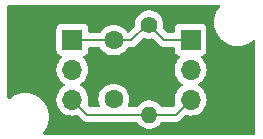
<source format=gtl>
%TF.GenerationSoftware,KiCad,Pcbnew,8.0.5*%
%TF.CreationDate,2024-12-11T17:58:03+10:00*%
%TF.ProjectId,anemometer,616e656d-6f6d-4657-9465-722e6b696361,rev?*%
%TF.SameCoordinates,Original*%
%TF.FileFunction,Copper,L1,Top*%
%TF.FilePolarity,Positive*%
%FSLAX46Y46*%
G04 Gerber Fmt 4.6, Leading zero omitted, Abs format (unit mm)*
G04 Created by KiCad (PCBNEW 8.0.5) date 2024-12-11 17:58:03*
%MOMM*%
%LPD*%
G01*
G04 APERTURE LIST*
%TA.AperFunction,ComponentPad*%
%ADD10R,1.700000X1.700000*%
%TD*%
%TA.AperFunction,ComponentPad*%
%ADD11O,1.700000X1.700000*%
%TD*%
%TA.AperFunction,ComponentPad*%
%ADD12C,1.400000*%
%TD*%
%TA.AperFunction,ComponentPad*%
%ADD13O,1.400000X1.400000*%
%TD*%
%TA.AperFunction,ComponentPad*%
%ADD14C,1.600000*%
%TD*%
%TA.AperFunction,Conductor*%
%ADD15C,0.200000*%
%TD*%
%ADD16C,0.350000*%
G04 APERTURE END LIST*
D10*
%TO.P,US1881,1,Pin_1*%
%TO.N,VDD*%
X109000000Y-67475000D03*
D11*
%TO.P,US1881,2,Pin_2*%
%TO.N,GND*%
X109000000Y-70015000D03*
%TO.P,US1881,3,Pin_3*%
%TO.N,OUT*%
X109000000Y-72555000D03*
%TD*%
D10*
%TO.P,SIGIN1,1,Pin_1*%
%TO.N,VDD*%
X119000000Y-67475000D03*
D11*
%TO.P,SIGIN1,2,Pin_2*%
%TO.N,GND*%
X119000000Y-70015000D03*
%TO.P,SIGIN1,3,Pin_3*%
%TO.N,OUT*%
X119000000Y-72555000D03*
%TD*%
D12*
%TO.P,R1,1*%
%TO.N,VDD*%
X115500000Y-66190000D03*
D13*
%TO.P,R1,2*%
%TO.N,OUT*%
X115500000Y-73810000D03*
%TD*%
D14*
%TO.P,C1,2*%
%TO.N,VDD*%
X112500000Y-67500000D03*
%TO.P,C1,1*%
%TO.N,GND*%
X112500000Y-72500000D03*
%TD*%
D15*
%TO.N,VDD*%
X112500000Y-67500000D02*
X114000000Y-67500000D01*
%TO.N,OUT*%
X117745000Y-73810000D02*
X119000000Y-72555000D01*
X115500000Y-73810000D02*
X117745000Y-73810000D01*
X110255000Y-73810000D02*
X115500000Y-73810000D01*
X109000000Y-72555000D02*
X110255000Y-73810000D01*
%TO.N,VDD*%
X115310000Y-66190000D02*
X114000000Y-67500000D01*
X116785000Y-67475000D02*
X115500000Y-66190000D01*
X119000000Y-67475000D02*
X116785000Y-67475000D01*
X109000000Y-67475000D02*
X112475000Y-67475000D01*
%TD*%
%TA.AperFunction,NonConductor*%
G36*
X121442896Y-64520185D02*
G01*
X121488651Y-64572989D01*
X121498595Y-64642147D01*
X121475124Y-64698810D01*
X121312775Y-64915682D01*
X121312770Y-64915690D01*
X121175635Y-65166833D01*
X121075628Y-65434962D01*
X121014804Y-65714566D01*
X120994390Y-65999998D01*
X120994390Y-66000001D01*
X121014804Y-66285433D01*
X121075628Y-66565037D01*
X121075630Y-66565043D01*
X121075631Y-66565046D01*
X121128485Y-66706753D01*
X121175635Y-66833166D01*
X121312770Y-67084309D01*
X121312775Y-67084317D01*
X121484254Y-67313387D01*
X121484270Y-67313405D01*
X121686594Y-67515729D01*
X121686612Y-67515745D01*
X121915682Y-67687224D01*
X121915690Y-67687229D01*
X122166833Y-67824364D01*
X122166832Y-67824364D01*
X122166836Y-67824365D01*
X122166839Y-67824367D01*
X122434954Y-67924369D01*
X122434960Y-67924370D01*
X122434962Y-67924371D01*
X122714566Y-67985195D01*
X122714568Y-67985195D01*
X122714572Y-67985196D01*
X122968220Y-68003337D01*
X122999999Y-68005610D01*
X123000000Y-68005610D01*
X123000001Y-68005610D01*
X123028595Y-68003564D01*
X123285428Y-67985196D01*
X123306924Y-67980520D01*
X123565037Y-67924371D01*
X123565037Y-67924370D01*
X123565046Y-67924369D01*
X123833161Y-67824367D01*
X124084315Y-67687226D01*
X124197705Y-67602343D01*
X124301190Y-67524876D01*
X124366654Y-67500459D01*
X124434927Y-67515311D01*
X124484332Y-67564716D01*
X124499500Y-67624143D01*
X124499500Y-75375500D01*
X124479815Y-75442539D01*
X124427011Y-75488294D01*
X124375500Y-75499500D01*
X106624143Y-75499500D01*
X106557104Y-75479815D01*
X106511349Y-75427011D01*
X106501405Y-75357853D01*
X106524876Y-75301190D01*
X106602343Y-75197705D01*
X106687226Y-75084315D01*
X106824367Y-74833161D01*
X106924369Y-74565046D01*
X106985196Y-74285428D01*
X107005610Y-74000000D01*
X106985196Y-73714572D01*
X106958857Y-73593495D01*
X106924371Y-73434962D01*
X106924370Y-73434960D01*
X106924369Y-73434954D01*
X106824367Y-73166839D01*
X106823885Y-73165957D01*
X106687229Y-72915690D01*
X106687224Y-72915682D01*
X106515745Y-72686612D01*
X106515729Y-72686594D01*
X106313405Y-72484270D01*
X106313387Y-72484254D01*
X106084317Y-72312775D01*
X106084309Y-72312770D01*
X105833166Y-72175635D01*
X105833167Y-72175635D01*
X105725915Y-72135632D01*
X105565046Y-72075631D01*
X105565043Y-72075630D01*
X105565037Y-72075628D01*
X105285433Y-72014804D01*
X105000001Y-71994390D01*
X104999999Y-71994390D01*
X104714566Y-72014804D01*
X104434962Y-72075628D01*
X104166833Y-72175635D01*
X103915690Y-72312770D01*
X103915682Y-72312775D01*
X103698810Y-72475123D01*
X103633346Y-72499540D01*
X103565073Y-72484688D01*
X103515668Y-72435282D01*
X103500500Y-72375856D01*
X103500500Y-70014999D01*
X107644341Y-70014999D01*
X107644341Y-70015000D01*
X107664936Y-70250403D01*
X107664938Y-70250413D01*
X107726094Y-70478655D01*
X107726096Y-70478659D01*
X107726097Y-70478663D01*
X107825965Y-70692830D01*
X107825967Y-70692834D01*
X107961501Y-70886395D01*
X107961506Y-70886402D01*
X108128597Y-71053493D01*
X108128603Y-71053498D01*
X108314158Y-71183425D01*
X108357783Y-71238002D01*
X108364977Y-71307500D01*
X108333454Y-71369855D01*
X108314158Y-71386575D01*
X108128597Y-71516505D01*
X107961505Y-71683597D01*
X107825965Y-71877169D01*
X107825964Y-71877171D01*
X107726098Y-72091335D01*
X107726094Y-72091344D01*
X107664938Y-72319586D01*
X107664936Y-72319596D01*
X107644341Y-72554999D01*
X107644341Y-72555000D01*
X107664936Y-72790403D01*
X107664938Y-72790413D01*
X107726094Y-73018655D01*
X107726096Y-73018659D01*
X107726097Y-73018663D01*
X107815086Y-73209500D01*
X107825965Y-73232830D01*
X107825967Y-73232834D01*
X107868269Y-73293247D01*
X107961505Y-73426401D01*
X108128599Y-73593495D01*
X108225384Y-73661265D01*
X108322165Y-73729032D01*
X108322167Y-73729033D01*
X108322170Y-73729035D01*
X108536337Y-73828903D01*
X108764592Y-73890063D01*
X108952918Y-73906539D01*
X108999999Y-73910659D01*
X109000000Y-73910659D01*
X109000001Y-73910659D01*
X109039234Y-73907226D01*
X109235408Y-73890063D01*
X109363757Y-73855672D01*
X109433606Y-73857335D01*
X109483531Y-73887766D01*
X109770139Y-74174374D01*
X109770149Y-74174385D01*
X109774479Y-74178715D01*
X109774480Y-74178716D01*
X109886284Y-74290520D01*
X109973095Y-74340639D01*
X109973097Y-74340641D01*
X110011151Y-74362611D01*
X110023215Y-74369577D01*
X110175943Y-74410501D01*
X110175946Y-74410501D01*
X110341653Y-74410501D01*
X110341669Y-74410500D01*
X114387379Y-74410500D01*
X114454418Y-74430185D01*
X114486333Y-74459773D01*
X114609020Y-74622238D01*
X114773437Y-74772123D01*
X114773439Y-74772125D01*
X114962595Y-74889245D01*
X114962596Y-74889245D01*
X114962599Y-74889247D01*
X115170060Y-74969618D01*
X115388757Y-75010500D01*
X115388759Y-75010500D01*
X115611241Y-75010500D01*
X115611243Y-75010500D01*
X115829940Y-74969618D01*
X116037401Y-74889247D01*
X116226562Y-74772124D01*
X116390981Y-74622236D01*
X116513667Y-74459772D01*
X116569776Y-74418137D01*
X116612621Y-74410500D01*
X117658331Y-74410500D01*
X117658347Y-74410501D01*
X117665943Y-74410501D01*
X117824054Y-74410501D01*
X117824057Y-74410501D01*
X117976785Y-74369577D01*
X118026904Y-74340639D01*
X118113716Y-74290520D01*
X118225520Y-74178716D01*
X118225520Y-74178714D01*
X118235728Y-74168507D01*
X118235730Y-74168504D01*
X118516470Y-73887763D01*
X118577791Y-73854280D01*
X118636238Y-73855670D01*
X118764592Y-73890063D01*
X118952918Y-73906539D01*
X118999999Y-73910659D01*
X119000000Y-73910659D01*
X119000001Y-73910659D01*
X119039234Y-73907226D01*
X119235408Y-73890063D01*
X119463663Y-73828903D01*
X119677830Y-73729035D01*
X119871401Y-73593495D01*
X120038495Y-73426401D01*
X120174035Y-73232830D01*
X120273903Y-73018663D01*
X120335063Y-72790408D01*
X120355659Y-72555000D01*
X120335063Y-72319592D01*
X120273903Y-72091337D01*
X120174035Y-71877171D01*
X120153096Y-71847266D01*
X120038494Y-71683597D01*
X119871402Y-71516506D01*
X119871396Y-71516501D01*
X119685842Y-71386575D01*
X119642217Y-71331998D01*
X119635023Y-71262500D01*
X119666546Y-71200145D01*
X119685842Y-71183425D01*
X119708026Y-71167891D01*
X119871401Y-71053495D01*
X120038495Y-70886401D01*
X120174035Y-70692830D01*
X120273903Y-70478663D01*
X120335063Y-70250408D01*
X120355659Y-70015000D01*
X120335063Y-69779592D01*
X120273903Y-69551337D01*
X120174035Y-69337171D01*
X120038495Y-69143599D01*
X119916567Y-69021671D01*
X119883084Y-68960351D01*
X119888068Y-68890659D01*
X119929939Y-68834725D01*
X119960915Y-68817810D01*
X120092331Y-68768796D01*
X120207546Y-68682546D01*
X120293796Y-68567331D01*
X120344091Y-68432483D01*
X120350500Y-68372873D01*
X120350499Y-66577128D01*
X120344091Y-66517517D01*
X120337763Y-66500552D01*
X120293797Y-66382671D01*
X120293793Y-66382664D01*
X120207547Y-66267455D01*
X120207544Y-66267452D01*
X120092335Y-66181206D01*
X120092328Y-66181202D01*
X119957482Y-66130908D01*
X119957483Y-66130908D01*
X119897883Y-66124501D01*
X119897881Y-66124500D01*
X119897873Y-66124500D01*
X119897864Y-66124500D01*
X118102129Y-66124500D01*
X118102123Y-66124501D01*
X118042516Y-66130908D01*
X117907671Y-66181202D01*
X117907664Y-66181206D01*
X117792455Y-66267452D01*
X117792452Y-66267455D01*
X117706206Y-66382664D01*
X117706202Y-66382671D01*
X117655908Y-66517517D01*
X117650800Y-66565037D01*
X117649501Y-66577123D01*
X117649500Y-66577135D01*
X117649500Y-66750500D01*
X117629815Y-66817539D01*
X117577011Y-66863294D01*
X117525500Y-66874500D01*
X117085097Y-66874500D01*
X117018058Y-66854815D01*
X116997416Y-66838181D01*
X116711314Y-66552079D01*
X116677829Y-66490756D01*
X116679730Y-66430460D01*
X116685115Y-66411536D01*
X116705643Y-66190000D01*
X116685115Y-65968464D01*
X116624229Y-65754472D01*
X116624224Y-65754461D01*
X116525061Y-65555316D01*
X116525056Y-65555308D01*
X116390979Y-65377761D01*
X116226562Y-65227876D01*
X116226560Y-65227874D01*
X116037404Y-65110754D01*
X116037398Y-65110752D01*
X115829940Y-65030382D01*
X115611243Y-64989500D01*
X115388757Y-64989500D01*
X115170060Y-65030382D01*
X115050804Y-65076582D01*
X114962601Y-65110752D01*
X114962595Y-65110754D01*
X114773439Y-65227874D01*
X114773437Y-65227876D01*
X114609020Y-65377761D01*
X114474943Y-65555308D01*
X114474938Y-65555316D01*
X114375775Y-65754461D01*
X114375769Y-65754476D01*
X114314885Y-65968462D01*
X114314884Y-65968464D01*
X114294357Y-66189999D01*
X114294357Y-66190000D01*
X114303098Y-66284333D01*
X114289683Y-66352903D01*
X114267308Y-66383455D01*
X113806281Y-66844483D01*
X113744958Y-66877968D01*
X113675267Y-66872984D01*
X113619333Y-66831113D01*
X113617025Y-66827925D01*
X113612612Y-66821623D01*
X113500047Y-66660861D01*
X113500045Y-66660858D01*
X113339141Y-66499954D01*
X113152734Y-66369432D01*
X113152732Y-66369431D01*
X112946497Y-66273261D01*
X112946488Y-66273258D01*
X112726697Y-66214366D01*
X112726693Y-66214365D01*
X112726692Y-66214365D01*
X112726691Y-66214364D01*
X112726686Y-66214364D01*
X112500002Y-66194532D01*
X112499998Y-66194532D01*
X112273313Y-66214364D01*
X112273302Y-66214366D01*
X112053511Y-66273258D01*
X112053502Y-66273261D01*
X111847267Y-66369431D01*
X111847265Y-66369432D01*
X111660858Y-66499954D01*
X111499954Y-66660858D01*
X111387387Y-66821623D01*
X111332811Y-66865248D01*
X111285812Y-66874500D01*
X110474499Y-66874500D01*
X110407460Y-66854815D01*
X110361705Y-66802011D01*
X110350499Y-66750500D01*
X110350499Y-66577129D01*
X110350498Y-66577123D01*
X110350497Y-66577116D01*
X110344091Y-66517517D01*
X110337763Y-66500552D01*
X110293797Y-66382671D01*
X110293793Y-66382664D01*
X110207547Y-66267455D01*
X110207544Y-66267452D01*
X110092335Y-66181206D01*
X110092328Y-66181202D01*
X109957482Y-66130908D01*
X109957483Y-66130908D01*
X109897883Y-66124501D01*
X109897881Y-66124500D01*
X109897873Y-66124500D01*
X109897864Y-66124500D01*
X108102129Y-66124500D01*
X108102123Y-66124501D01*
X108042516Y-66130908D01*
X107907671Y-66181202D01*
X107907664Y-66181206D01*
X107792455Y-66267452D01*
X107792452Y-66267455D01*
X107706206Y-66382664D01*
X107706202Y-66382671D01*
X107655908Y-66517517D01*
X107650800Y-66565037D01*
X107649501Y-66577123D01*
X107649500Y-66577135D01*
X107649500Y-68372870D01*
X107649501Y-68372876D01*
X107655908Y-68432483D01*
X107706202Y-68567328D01*
X107706206Y-68567335D01*
X107792452Y-68682544D01*
X107792455Y-68682547D01*
X107907664Y-68768793D01*
X107907671Y-68768797D01*
X108039081Y-68817810D01*
X108095015Y-68859681D01*
X108119432Y-68925145D01*
X108104580Y-68993418D01*
X108083430Y-69021673D01*
X107961503Y-69143600D01*
X107825965Y-69337169D01*
X107825964Y-69337171D01*
X107726098Y-69551335D01*
X107726094Y-69551344D01*
X107664938Y-69779586D01*
X107664936Y-69779596D01*
X107644341Y-70014999D01*
X103500500Y-70014999D01*
X103500500Y-64624500D01*
X103520185Y-64557461D01*
X103572989Y-64511706D01*
X103624500Y-64500500D01*
X121375857Y-64500500D01*
X121442896Y-64520185D01*
G37*
%TD.AperFunction*%
%TA.AperFunction,NonConductor*%
G36*
X115121091Y-67330656D02*
G01*
X115122329Y-67331127D01*
X115170060Y-67349618D01*
X115388757Y-67390500D01*
X115388759Y-67390500D01*
X115611241Y-67390500D01*
X115611243Y-67390500D01*
X115749215Y-67364708D01*
X115818730Y-67371739D01*
X115859681Y-67398916D01*
X116300139Y-67839374D01*
X116300149Y-67839385D01*
X116304479Y-67843715D01*
X116304480Y-67843716D01*
X116416284Y-67955520D01*
X116416286Y-67955521D01*
X116416290Y-67955524D01*
X116503043Y-68005610D01*
X116553216Y-68034577D01*
X116665019Y-68064534D01*
X116705942Y-68075500D01*
X116705943Y-68075500D01*
X117525501Y-68075500D01*
X117592540Y-68095185D01*
X117638295Y-68147989D01*
X117649501Y-68199500D01*
X117649501Y-68372876D01*
X117655908Y-68432483D01*
X117706202Y-68567328D01*
X117706206Y-68567335D01*
X117792452Y-68682544D01*
X117792455Y-68682547D01*
X117907664Y-68768793D01*
X117907671Y-68768797D01*
X118039081Y-68817810D01*
X118095015Y-68859681D01*
X118119432Y-68925145D01*
X118104580Y-68993418D01*
X118083430Y-69021673D01*
X117961503Y-69143600D01*
X117825965Y-69337169D01*
X117825964Y-69337171D01*
X117726098Y-69551335D01*
X117726094Y-69551344D01*
X117664938Y-69779586D01*
X117664936Y-69779596D01*
X117644341Y-70014999D01*
X117644341Y-70015000D01*
X117664936Y-70250403D01*
X117664938Y-70250413D01*
X117726094Y-70478655D01*
X117726096Y-70478659D01*
X117726097Y-70478663D01*
X117825965Y-70692830D01*
X117825967Y-70692834D01*
X117961501Y-70886395D01*
X117961506Y-70886402D01*
X118128597Y-71053493D01*
X118128603Y-71053498D01*
X118314158Y-71183425D01*
X118357783Y-71238002D01*
X118364977Y-71307500D01*
X118333454Y-71369855D01*
X118314158Y-71386575D01*
X118128597Y-71516505D01*
X117961505Y-71683597D01*
X117825965Y-71877169D01*
X117825964Y-71877171D01*
X117726098Y-72091335D01*
X117726094Y-72091344D01*
X117664938Y-72319586D01*
X117664936Y-72319596D01*
X117644341Y-72554999D01*
X117644341Y-72555000D01*
X117664936Y-72790403D01*
X117664938Y-72790413D01*
X117699327Y-72918756D01*
X117697664Y-72988606D01*
X117667233Y-73038530D01*
X117532582Y-73173182D01*
X117471262Y-73206666D01*
X117444903Y-73209500D01*
X116612621Y-73209500D01*
X116545582Y-73189815D01*
X116513667Y-73160227D01*
X116390979Y-72997761D01*
X116226562Y-72847876D01*
X116226560Y-72847874D01*
X116037404Y-72730754D01*
X116037398Y-72730752D01*
X116026918Y-72726692D01*
X115829940Y-72650382D01*
X115611243Y-72609500D01*
X115388757Y-72609500D01*
X115170060Y-72650382D01*
X115076558Y-72686605D01*
X114962601Y-72730752D01*
X114962595Y-72730754D01*
X114773439Y-72847874D01*
X114773437Y-72847876D01*
X114609020Y-72997761D01*
X114486333Y-73160227D01*
X114430224Y-73201863D01*
X114387379Y-73209500D01*
X113798739Y-73209500D01*
X113731700Y-73189815D01*
X113685945Y-73137011D01*
X113676001Y-73067853D01*
X113686357Y-73033095D01*
X113702832Y-72997764D01*
X113726739Y-72946496D01*
X113785635Y-72726692D01*
X113805468Y-72500000D01*
X113804128Y-72484688D01*
X113794607Y-72375856D01*
X113785635Y-72273308D01*
X113726739Y-72053504D01*
X113630568Y-71847266D01*
X113500047Y-71660861D01*
X113500045Y-71660858D01*
X113339141Y-71499954D01*
X113152734Y-71369432D01*
X113152732Y-71369431D01*
X112946497Y-71273261D01*
X112946488Y-71273258D01*
X112726697Y-71214366D01*
X112726693Y-71214365D01*
X112726692Y-71214365D01*
X112726691Y-71214364D01*
X112726686Y-71214364D01*
X112500002Y-71194532D01*
X112499998Y-71194532D01*
X112273313Y-71214364D01*
X112273302Y-71214366D01*
X112053511Y-71273258D01*
X112053502Y-71273261D01*
X111847267Y-71369431D01*
X111847265Y-71369432D01*
X111660858Y-71499954D01*
X111499954Y-71660858D01*
X111369432Y-71847265D01*
X111369431Y-71847267D01*
X111273261Y-72053502D01*
X111273258Y-72053511D01*
X111214366Y-72273302D01*
X111214364Y-72273313D01*
X111194532Y-72499998D01*
X111194532Y-72500001D01*
X111214364Y-72726686D01*
X111214366Y-72726697D01*
X111273258Y-72946488D01*
X111273260Y-72946492D01*
X111273261Y-72946496D01*
X111297168Y-72997764D01*
X111313643Y-73033095D01*
X111324135Y-73102173D01*
X111295615Y-73165957D01*
X111237139Y-73204196D01*
X111201261Y-73209500D01*
X110555097Y-73209500D01*
X110488058Y-73189815D01*
X110467416Y-73173181D01*
X110332766Y-73038531D01*
X110299281Y-72977208D01*
X110300672Y-72918757D01*
X110319665Y-72847874D01*
X110335063Y-72790408D01*
X110355659Y-72555000D01*
X110335063Y-72319592D01*
X110273903Y-72091337D01*
X110174035Y-71877171D01*
X110153096Y-71847266D01*
X110038494Y-71683597D01*
X109871402Y-71516506D01*
X109871396Y-71516501D01*
X109685842Y-71386575D01*
X109642217Y-71331998D01*
X109635023Y-71262500D01*
X109666546Y-71200145D01*
X109685842Y-71183425D01*
X109708026Y-71167891D01*
X109871401Y-71053495D01*
X110038495Y-70886401D01*
X110174035Y-70692830D01*
X110273903Y-70478663D01*
X110335063Y-70250408D01*
X110355659Y-70015000D01*
X110335063Y-69779592D01*
X110273903Y-69551337D01*
X110174035Y-69337171D01*
X110038495Y-69143599D01*
X109916567Y-69021671D01*
X109883084Y-68960351D01*
X109888068Y-68890659D01*
X109929939Y-68834725D01*
X109960915Y-68817810D01*
X110092331Y-68768796D01*
X110207546Y-68682546D01*
X110293796Y-68567331D01*
X110344091Y-68432483D01*
X110350500Y-68372873D01*
X110350500Y-68199500D01*
X110370185Y-68132461D01*
X110422989Y-68086706D01*
X110474500Y-68075500D01*
X111254421Y-68075500D01*
X111321460Y-68095185D01*
X111366802Y-68147095D01*
X111369432Y-68152734D01*
X111499954Y-68339141D01*
X111660858Y-68500045D01*
X111660861Y-68500047D01*
X111847266Y-68630568D01*
X112053504Y-68726739D01*
X112273308Y-68785635D01*
X112435230Y-68799801D01*
X112499998Y-68805468D01*
X112500000Y-68805468D01*
X112500002Y-68805468D01*
X112556673Y-68800509D01*
X112726692Y-68785635D01*
X112946496Y-68726739D01*
X113152734Y-68630568D01*
X113339139Y-68500047D01*
X113500047Y-68339139D01*
X113630118Y-68153375D01*
X113684693Y-68109752D01*
X113731692Y-68100500D01*
X113913331Y-68100500D01*
X113913347Y-68100501D01*
X113920943Y-68100501D01*
X114079054Y-68100501D01*
X114079057Y-68100501D01*
X114231785Y-68059577D01*
X114325258Y-68005610D01*
X114368716Y-67980520D01*
X114480520Y-67868716D01*
X114480520Y-67868714D01*
X114490724Y-67858511D01*
X114490728Y-67858506D01*
X114990078Y-67359155D01*
X115051399Y-67325672D01*
X115121091Y-67330656D01*
G37*
%TD.AperFunction*%
D16*
X109000000Y-67475000D03*
X109000000Y-70015000D03*
X109000000Y-72555000D03*
X119000000Y-67475000D03*
X119000000Y-70015000D03*
X119000000Y-72555000D03*
X115500000Y-66190000D03*
X115500000Y-73810000D03*
X112500000Y-67500000D03*
X112500000Y-72500000D03*
M02*

</source>
